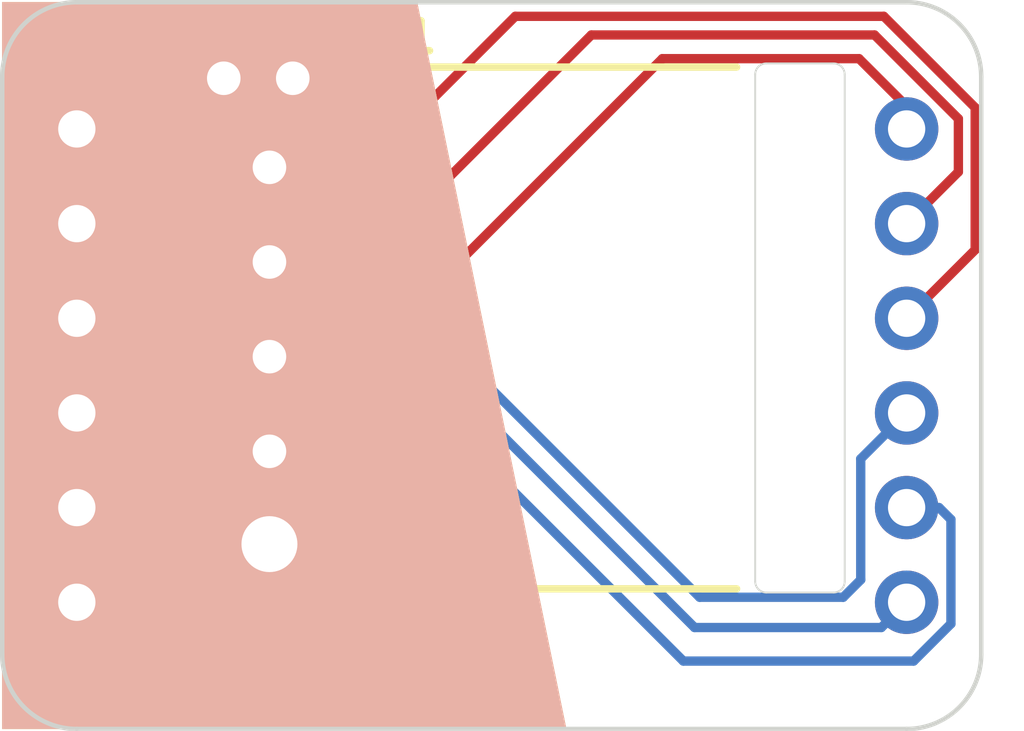
<source format=kicad_pcb>
(kicad_pcb (version 20211014) (generator pcbnew)
  (layers (0 "F.Cu" signal) (31 "B.Cu" signal) (34 "B.Paste" user) (35 "F.Paste" user) (36 "B.SilkS" user "B.Silkscreen") (37 "F.SilkS" user "F.Silkscreen") (38 "B.Mask" user) (39 "F.Mask" user) (44 "Edge.Cuts" user))
  (net 0 "")
  (net 1 "Net-(SW1-PadA)")
  (net 2 "Net-(SW1-PadB)")
  (net 3 "Net-(SW1-PadC)")
  (net 4 "Net-(SW1-PadS1)")
  (net 5 "Net-(SW1-PadS2)")
  (net 6 "Net-(SW1-PadD)")
  (footprint "DaughterBoard:EVQWGD001" (layer "F.Cu") (at 147.38 80.55)
    (fp_text reference "SW1")
    (fp_text value "RotaryEncoder_Switch")
    (fp_text user "${REFERENCE}" (at -2.4 -7.3) (layer "F.SilkS") (effects (font (size 0.8 0.8) (thickness 0.2))))
    (fp_line (start -8.5 5.5) (end -8.5 7.5) (layer "F.SilkS") (width 0.2))
    (fp_line (start -8.5 -6.5) (end -8.5 -4.5) (layer "F.SilkS") (width 0.2))
    (fp_line (start 6.9 -6.5) (end -4 -6.5) (layer "F.SilkS") (width 0.2))
    (fp_line (start -7.9 -6.5) (end -8.5 -6.5) (layer "F.SilkS") (width 0.2))
    (fp_line (start -8.5 7.5) (end 6.9 7.5) (layer "F.SilkS") (width 0.2))
    (fp_line (start 7.4 -6.3) (end 7.4 7.3) (layer "Edge.Cuts") (width 0.05))
    (fp_line (start 9.5 -6.6) (end 7.7 -6.6) (layer "Edge.Cuts") (width 0.05))
    (fp_line (start 9.8 7.3) (end 9.8 -6.3) (layer "Edge.Cuts") (width 0.05))
    (fp_line (start 7.7 7.6) (end 9.5 7.6) (layer "Edge.Cuts") (width 0.05))
    (fp_arc (start 9.5 -6.6) (mid 9.712132 -6.512132) (end 9.8 -6.3) (layer "Edge.Cuts") (width 0.05))
    (fp_arc (start 7.4 -6.3) (mid 7.487868 -6.512132) (end 7.7 -6.6) (layer "Edge.Cuts") (width 0.05))
    (fp_arc (start 7.7 7.6) (mid 7.487868 7.512132) (end 7.4 7.3) (layer "Edge.Cuts") (width 0.05))
    (fp_arc (start 9.8 7.3) (mid 9.712132 7.512132) (end 9.5 7.6) (layer "Edge.Cuts") (width 0.05))
    (pad "" np_thru_hole circle (at -5.625 6.3) (size 1.5 1.5) (drill 1.5) (layers *.Cu *.Mask))
    (pad "A" thru_hole circle (at -5.625 -3.81) (size 1.6 1.6) (drill 0.9) (layers *.Cu *.Mask) (net 1 "Net-(SW1-PadA)"))
    (pad "B" thru_hole circle (at -5.625 -1.27) (size 1.6 1.6) (drill 0.9) (layers *.Cu *.Mask) (net 2 "Net-(SW1-PadB)"))
    (pad "C" thru_hole circle (at -5.625 1.27) (size 1.6 1.6) (drill 0.9) (layers *.Cu *.Mask) (net 3 "Net-(SW1-PadC)"))
    (pad "D" thru_hole circle (at -5.625 3.81) (size 1.6 1.6) (drill 0.9) (layers *.Cu *.Mask) (net 6 "Net-(SW1-PadD)"))
    (pad "S1" thru_hole circle (at -6.85 -6.2) (size 1.6 1.6) (drill 0.9) (layers *.Cu *.Mask) (net 4 "Net-(SW1-PadS1)"))
    (pad "S2" thru_hole circle (at -5 -6.2) (size 1.6 1.6) (drill 0.9) (layers *.Cu *.Mask) (net 5 "Net-(SW1-PadS2)"))
  )
  (footprint "DaughterBoard:EVQWGD001_DaughterBoard_only" (layer "F.Cu") (at 147.840001 82.060001)
    (fp_text reference "SW2")
    (fp_text value "RotaryEncoder_Switch")
    (fp_line (start 13 -7.75) (end 13 7.75) (layer "Edge.Cuts") (width 0.12))
    (fp_line (start 11 -9.75) (end -11.25 -9.75) (layer "Edge.Cuts") (width 0.12))
    (fp_line (start 11 9.75) (end -11.25 9.75) (layer "Edge.Cuts") (width 0.12))
    (fp_line (start -13.25 7.75) (end -13.25 -7.75) (layer "Edge.Cuts") (width 0.12))
    (fp_arc (start -11.249999 9.749999) (mid -12.664213 9.164213) (end -13.249999 7.749999) (layer "Edge.Cuts") (width 0.12))
    (fp_arc (start 11 -9.75) (mid 12.414214 -9.164214) (end 13 -7.75) (layer "Edge.Cuts") (width 0.12))
    (fp_arc (start -13.249999 -7.749999) (mid -12.664213 -9.164213) (end -11.249999 -9.749999) (layer "Edge.Cuts") (width 0.12))
    (fp_arc (start 13 7.75) (mid 12.414214 9.164214) (end 11 9.75) (layer "Edge.Cuts") (width 0.12))
    (pad "A" thru_hole circle (at -11.25 -1.27) (size 1.7 1.7) (drill 1) (layers *.Cu *.Mask) (net 1 "Net-(SW1-PadA)"))
    (pad "A" thru_hole circle (at 11 1.27 180) (size 1.7 1.7) (drill 1) (layers *.Cu *.Mask) (net 1 "Net-(SW1-PadA)"))
    (pad "B" thru_hole circle (at -11.25 1.27) (size 1.7 1.7) (drill 1) (layers *.Cu *.Mask) (net 2 "Net-(SW1-PadB)"))
    (pad "B" thru_hole circle (at 11 -1.27 180) (size 1.7 1.7) (drill 1) (layers *.Cu *.Mask) (net 2 "Net-(SW1-PadB)"))
    (pad "C" thru_hole circle (at 11 -3.81 180) (size 1.7 1.7) (drill 1) (layers *.Cu *.Mask) (net 3 "Net-(SW1-PadC)"))
    (pad "C" thru_hole circle (at -11.25 3.81) (size 1.7 1.7) (drill 1) (layers *.Cu *.Mask) (net 3 "Net-(SW1-PadC)"))
    (pad "D" thru_hole circle (at 11 -6.35 180) (size 1.7 1.7) (drill 1) (layers *.Cu *.Mask) (net 6 "Net-(SW1-PadD)"))
    (pad "D" thru_hole circle (at -11.25 6.35) (size 1.7 1.7) (drill 1) (layers *.Cu *.Mask) (net 6 "Net-(SW1-PadD)"))
    (pad "S1" thru_hole circle (at -11.25 -6.35) (size 1.7 1.7) (drill 1) (layers *.Cu *.Mask) (net 4 "Net-(SW1-PadS1)"))
    (pad "S1" thru_hole circle (at 11 6.35 180) (size 1.7 1.7) (drill 1) (layers *.Cu *.Mask) (net 4 "Net-(SW1-PadS1)"))
    (pad "S2" thru_hole circle (at -11.25 -3.81) (size 1.7 1.7) (drill 1) (layers *.Cu *.Mask) (net 5 "Net-(SW1-PadS2)"))
    (pad "S2" thru_hole circle (at 11 3.81 180) (size 1.7 1.7) (drill 1) (layers *.Cu *.Mask) (net 5 "Net-(SW1-PadS2)"))
  )
  (gr_poly (pts (xy 149.714372 91.808) (xy 134.589372 91.808) (xy 134.589372 72.308) (xy 145.714372 72.308)) (layer "B.SilkS") (width 0.01) (fill solid))
  (gr_poly (pts (xy 149.713 91.808) (xy 134.588 91.808) (xy 134.588 72.308) (xy 145.713 72.308)) (layer "F.SilkS") (width 0.01) (fill solid))
  (segment (start 136.590001 80.790001) (end 140.640002 76.74) (width 0.25) (layer "F.Cu") (net 1))
  (segment (start 140.640002 76.74) (end 141.755 76.74) (width 0.25) (layer "F.Cu") (net 1))
  (segment (start 153.290864 88.275864) (end 157.140136 88.275864) (width 0.25) (layer "B.Cu") (net 1))
  (segment (start 157.609279 87.806721) (end 157.609279 84.560723) (width 0.25) (layer "B.Cu") (net 1))
  (segment (start 157.140136 88.275864) (end 157.609279 87.806721) (width 0.25) (layer "B.Cu") (net 1))
  (segment (start 141.755 76.74) (end 153.290864 88.275864) (width 0.25) (layer "B.Cu") (net 1))
  (segment (start 157.609279 84.560723) (end 158.840001 83.330001) (width 0.25) (layer "B.Cu") (net 1))
  (segment (start 158.228 72.688) (end 160.678 75.138) (width 0.25) (layer "F.Cu") (net 2))
  (segment (start 160.678 78.952002) (end 158.840001 80.790001) (width 0.25) (layer "F.Cu") (net 2))
  (segment (start 141.755 79.28) (end 148.347 72.688) (width 0.25) (layer "F.Cu") (net 2))
  (segment (start 160.678 75.138) (end 160.678 78.952002) (width 0.25) (layer "F.Cu") (net 2))
  (segment (start 148.347 72.688) (end 158.228 72.688) (width 0.25) (layer "F.Cu") (net 2))
  (segment (start 136.590001 83.330001) (end 140.640002 79.28) (width 0.25) (layer "F.Cu") (net 2))
  (segment (start 140.640002 79.28) (end 141.755 79.28) (width 0.25) (layer "F.Cu") (net 2))
  (segment (start 157.979701 73.188) (end 160.228 75.436299) (width 0.25) (layer "F.Cu") (net 3))
  (segment (start 136.590001 85.870001) (end 140.640002 81.82) (width 0.25) (layer "F.Cu") (net 3))
  (segment (start 160.228 75.436299) (end 160.228 76.862002) (width 0.25) (layer "F.Cu") (net 3))
  (segment (start 141.755 81.82) (end 150.387 73.188) (width 0.25) (layer "F.Cu") (net 3))
  (segment (start 140.640002 81.82) (end 141.755 81.82) (width 0.25) (layer "F.Cu") (net 3))
  (segment (start 160.228 76.862002) (end 158.840001 78.250001) (width 0.25) (layer "F.Cu") (net 3))
  (segment (start 150.387 73.188) (end 157.979701 73.188) (width 0.25) (layer "F.Cu") (net 3))
  (segment (start 139.169999 75.710001) (end 140.53 74.35) (width 0.25) (layer "F.Cu") (net 4))
  (segment (start 136.590001 75.710001) (end 139.169999 75.710001) (width 0.25) (layer "F.Cu") (net 4))
  (segment (start 141.495 78.155) (end 142.220991 78.155) (width 0.25) (layer "B.Cu") (net 4))
  (segment (start 142.220991 78.155) (end 153.153991 89.088) (width 0.25) (layer "B.Cu") (net 4))
  (segment (start 140.53 77.19) (end 141.495 78.155) (width 0.25) (layer "B.Cu") (net 4))
  (segment (start 158.162002 89.088) (end 158.840001 88.410001) (width 0.25) (layer "B.Cu") (net 4))
  (segment (start 153.153991 89.088) (end 158.162002 89.088) (width 0.25) (layer "B.Cu") (net 4))
  (segment (start 140.53 74.35) (end 140.53 77.19) (width 0.25) (layer "B.Cu") (net 4))
  (segment (start 152.853 89.988) (end 159.028 89.988) (width 0.25) (layer "B.Cu") (net 5))
  (segment (start 160.028 86.188) (end 159.710001 85.870001) (width 0.25) (layer "B.Cu") (net 5))
  (segment (start 160.028 88.988) (end 160.028 86.188) (width 0.25) (layer "B.Cu") (net 5))
  (segment (start 139.128 78.243991) (end 141.579009 80.695) (width 0.25) (layer "B.Cu") (net 5))
  (segment (start 139.991 73.225) (end 139.128 74.088) (width 0.25) (layer "B.Cu") (net 5))
  (segment (start 139.12199 78.250001) (end 139.128 78.243991) (width 0.25) (layer "B.Cu") (net 5))
  (segment (start 139.128 74.088) (end 139.128 78.243991) (width 0.25) (layer "B.Cu") (net 5))
  (segment (start 143.56 80.695) (end 152.853 89.988) (width 0.25) (layer "B.Cu") (net 5))
  (segment (start 159.028 89.988) (end 160.028 88.988) (width 0.25) (layer "B.Cu") (net 5))
  (segment (start 136.590001 78.250001) (end 139.12199 78.250001) (width 0.25) (layer "B.Cu") (net 5))
  (segment (start 141.255 73.225) (end 139.991 73.225) (width 0.25) (layer "B.Cu") (net 5))
  (segment (start 141.579009 80.695) (end 143.56 80.695) (width 0.25) (layer "B.Cu") (net 5))
  (segment (start 159.710001 85.870001) (end 158.840001 85.870001) (width 0.25) (layer "B.Cu") (net 5))
  (segment (start 142.38 74.35) (end 141.255 73.225) (width 0.25) (layer "B.Cu") (net 5))
  (segment (start 141.755 84.36) (end 152.290864 73.824136) (width 0.25) (layer "F.Cu") (net 6))
  (segment (start 136.590001 88.410001) (end 140.640002 84.36) (width 0.25) (layer "F.Cu") (net 6))
  (segment (start 158.840001 75.100001) (end 158.840001 75.710001) (width 0.25) (layer "F.Cu") (net 6))
  (segment (start 152.290864 73.824136) (end 157.564136 73.824136) (width 0.25) (layer "F.Cu") (net 6))
  (segment (start 157.564136 73.824136) (end 158.840001 75.100001) (width 0.25) (layer "F.Cu") (net 6))
  (segment (start 140.640002 84.36) (end 141.755 84.36) (width 0.25) (layer "F.Cu") (net 6))
)
</source>
